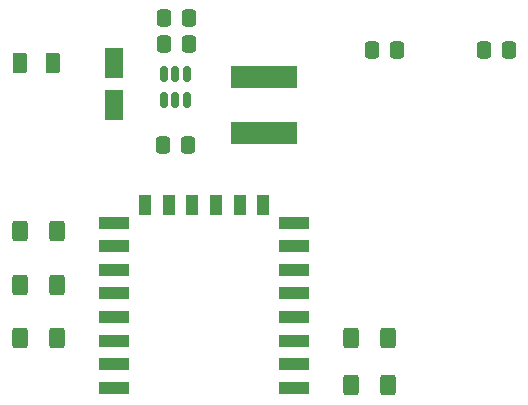
<source format=gbr>
%TF.GenerationSoftware,KiCad,Pcbnew,7.0.10*%
%TF.CreationDate,2024-04-03T10:39:23+02:00*%
%TF.ProjectId,Humi,48756d69-2e6b-4696-9361-645f70636258,rev?*%
%TF.SameCoordinates,Original*%
%TF.FileFunction,Paste,Top*%
%TF.FilePolarity,Positive*%
%FSLAX46Y46*%
G04 Gerber Fmt 4.6, Leading zero omitted, Abs format (unit mm)*
G04 Created by KiCad (PCBNEW 7.0.10) date 2024-04-03 10:39:23*
%MOMM*%
%LPD*%
G01*
G04 APERTURE LIST*
G04 Aperture macros list*
%AMRoundRect*
0 Rectangle with rounded corners*
0 $1 Rounding radius*
0 $2 $3 $4 $5 $6 $7 $8 $9 X,Y pos of 4 corners*
0 Add a 4 corners polygon primitive as box body*
4,1,4,$2,$3,$4,$5,$6,$7,$8,$9,$2,$3,0*
0 Add four circle primitives for the rounded corners*
1,1,$1+$1,$2,$3*
1,1,$1+$1,$4,$5*
1,1,$1+$1,$6,$7*
1,1,$1+$1,$8,$9*
0 Add four rect primitives between the rounded corners*
20,1,$1+$1,$2,$3,$4,$5,0*
20,1,$1+$1,$4,$5,$6,$7,0*
20,1,$1+$1,$6,$7,$8,$9,0*
20,1,$1+$1,$8,$9,$2,$3,0*%
G04 Aperture macros list end*
%ADD10RoundRect,0.250000X0.400000X0.625000X-0.400000X0.625000X-0.400000X-0.625000X0.400000X-0.625000X0*%
%ADD11RoundRect,0.250000X-0.400000X-0.625000X0.400000X-0.625000X0.400000X0.625000X-0.400000X0.625000X0*%
%ADD12RoundRect,0.250000X0.337500X0.475000X-0.337500X0.475000X-0.337500X-0.475000X0.337500X-0.475000X0*%
%ADD13RoundRect,0.250000X-0.375000X-0.625000X0.375000X-0.625000X0.375000X0.625000X-0.375000X0.625000X0*%
%ADD14RoundRect,0.250000X-0.337500X-0.475000X0.337500X-0.475000X0.337500X0.475000X-0.337500X0.475000X0*%
%ADD15RoundRect,0.250000X-0.550000X1.050000X-0.550000X-1.050000X0.550000X-1.050000X0.550000X1.050000X0*%
%ADD16R,5.588000X1.905000*%
%ADD17RoundRect,0.150000X-0.150000X0.512500X-0.150000X-0.512500X0.150000X-0.512500X0.150000X0.512500X0*%
%ADD18R,2.500000X1.000000*%
%ADD19R,1.000000X1.800000*%
G04 APERTURE END LIST*
D10*
%TO.C,R3*%
X135800000Y-101900000D03*
X132700000Y-101900000D03*
%TD*%
D11*
%TO.C,R4*%
X132700000Y-106400000D03*
X135800000Y-106400000D03*
%TD*%
D12*
%TO.C,C2*%
X146881250Y-90081250D03*
X144806250Y-90081250D03*
%TD*%
D13*
%TO.C,F2*%
X132656250Y-83106250D03*
X135456250Y-83106250D03*
%TD*%
D14*
%TO.C,C3*%
X171962500Y-82000000D03*
X174037500Y-82000000D03*
%TD*%
%TO.C,C4*%
X162462500Y-82000000D03*
X164537500Y-82000000D03*
%TD*%
D12*
%TO.C,C7*%
X146931250Y-81506250D03*
X144856250Y-81506250D03*
%TD*%
D11*
%TO.C,R6*%
X160700000Y-106400000D03*
X163800000Y-106400000D03*
%TD*%
D15*
%TO.C,C1*%
X140656250Y-83106250D03*
X140656250Y-86706250D03*
%TD*%
D16*
%TO.C,L1*%
X153306250Y-89055750D03*
X153306250Y-84356750D03*
%TD*%
D10*
%TO.C,R5*%
X135800000Y-97400000D03*
X132700000Y-97400000D03*
%TD*%
D12*
%TO.C,C8*%
X146931250Y-79306250D03*
X144856250Y-79306250D03*
%TD*%
D17*
%TO.C,U4*%
X146756250Y-84031250D03*
X145806250Y-84031250D03*
X144856250Y-84031250D03*
X144856250Y-86306250D03*
X145806250Y-86306250D03*
X146756250Y-86306250D03*
%TD*%
D10*
%TO.C,R1*%
X163800000Y-110400000D03*
X160700000Y-110400000D03*
%TD*%
D18*
%TO.C,U1*%
X155850000Y-110650000D03*
X155850000Y-108650000D03*
X155850000Y-106650000D03*
X155850000Y-104650000D03*
X155850000Y-102650000D03*
X155850000Y-100650000D03*
X155850000Y-98650000D03*
X155850000Y-96650000D03*
D19*
X153250000Y-95150000D03*
X151250000Y-95150000D03*
X149250000Y-95150000D03*
X147250000Y-95150000D03*
X145250000Y-95150000D03*
X143250000Y-95150000D03*
D18*
X140650000Y-96650000D03*
X140650000Y-98650000D03*
X140650000Y-100650000D03*
X140650000Y-102650000D03*
X140650000Y-104650000D03*
X140650000Y-106650000D03*
X140650000Y-108650000D03*
X140650000Y-110650000D03*
%TD*%
M02*

</source>
